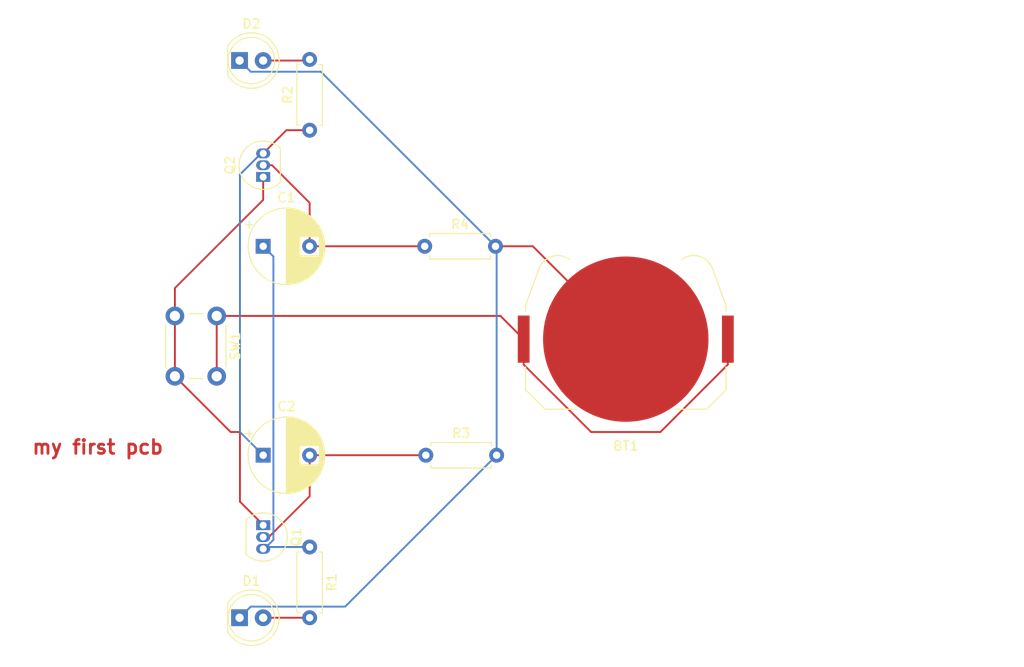
<source format=kicad_pcb>
(kicad_pcb (version 20240108) (generator "pcbnew") (generator_version "8.0")
  (layers (0 "F.Cu" signal) (31 "B.Cu" signal) (34 "B.Paste" user) (35 "F.Paste" user) (36 "B.SilkS" user "B.Silkscreen") (37 "F.SilkS" user "F.Silkscreen") (38 "B.Mask" user) (39 "F.Mask" user) (44 "Edge.Cuts" user))
  (net 0 "")
  (net 1 "Net-(BT1-+)")
  (net 2 "Net-(BT1--)")
  (net 3 "Net-(Q2-B)")
  (net 4 "Net-(Q1-C)")
  (net 5 "Net-(Q2-C)")
  (net 6 "Net-(Q1-B)")
  (net 7 "Net-(D1-A)")
  (net 8 "Net-(D2-A)")
  (net 9 "Net-(Q1-E)")
  (footprint "LED_THT:LED_D5.0mm" (layer "F.Cu") (at 52.46 122.5)
    (property "Reference" "D2" (at 1.27 -3.96 0) (layer "F.SilkS"))
    (property "Value" "LED")
    (fp_line (start -1.29 -1.545) (end -1.29 1.545) (stroke (width 0.12)) (layer "F.SilkS"))
    (fp_arc (start -1.29 -1.54483) (mid 2.071756 -2.880501) (end 4.26 -0.000048) (stroke (width 0.12)) (layer "F.SilkS"))
    (fp_arc (start 4.26 0.000048) (mid 2.071756 2.880501) (end -1.29 1.54483) (stroke (width 0.12)) (layer "F.SilkS"))
    (fp_circle (center 1.27 0) (end 3.77 0) (stroke (width 0.12)) (fill none) (layer "F.SilkS"))
    (pad "1" thru_hole rect (at 0 0) (size 1.8 1.8) (drill 0.9) (layers "*.Cu" "*.Mask") (net 2 "Net-(BT1--)"))
    (pad "2" thru_hole circle (at 2.54 0) (size 1.8 1.8) (drill 0.9) (layers "*.Cu" "*.Mask") (net 8 "Net-(D2-A)"))
  )
  (footprint "Resistor_THT:R_Axial_DIN0207_L6.3mm_D2.5mm_P7.62mm_Horizontal" (layer "F.Cu") (at 60 130 90)
    (property "Reference" "R2" (at 3.81 -2.37 90) (layer "F.SilkS"))
    (property "Value" "R")
    (fp_line (start 7.08 -1.37) (end 7.08 -1.04) (stroke (width 0.12)) (layer "F.SilkS"))
    (fp_line (start 0.54 -1.37) (end 7.08 -1.37) (stroke (width 0.12)) (layer "F.SilkS"))
    (fp_line (start 0.54 -1.04) (end 0.54 -1.37) (stroke (width 0.12)) (layer "F.SilkS"))
    (fp_line (start 0.54 1.04) (end 0.54 1.37) (stroke (width 0.12)) (layer "F.SilkS"))
    (fp_line (start 7.08 1.37) (end 7.08 1.04) (stroke (width 0.12)) (layer "F.SilkS"))
    (fp_line (start 0.54 1.37) (end 7.08 1.37) (stroke (width 0.12)) (layer "F.SilkS"))
    (pad "1" thru_hole circle (at 0 0 90) (size 1.6 1.6) (drill 0.8) (layers "*.Cu" "*.Mask") (net 5 "Net-(Q2-C)"))
    (pad "2" thru_hole oval (at 7.62 0 90) (size 1.6 1.6) (drill 0.8) (layers "*.Cu" "*.Mask") (net 8 "Net-(D2-A)"))
  )
  (footprint "Package_TO_SOT_THT:TO-92_Inline" (layer "F.Cu") (at 55 135.04 90)
    (property "Reference" "Q2" (at 1.27 -3.56 90) (layer "F.SilkS"))
    (property "Value" "2N3906")
    (fp_line (start -0.53 1.85) (end 3.07 1.85) (stroke (width 0.12)) (layer "F.SilkS"))
    (fp_arc (start 1.27 -2.6) (mid 3.672087 -0.994977) (end 3.108478 1.838478) (stroke (width 0.12)) (layer "F.SilkS"))
    (fp_arc (start -0.568478 1.838478) (mid -1.132087 -0.994977) (end 1.27 -2.6) (stroke (width 0.12)) (layer "F.SilkS"))
    (pad "1" thru_hole rect (at 0 0 90) (size 1.05 1.5) (drill 0.75) (layers "*.Cu" "*.Mask") (net 9 "Net-(Q1-E)"))
    (pad "2" thru_hole oval (at 1.27 0 90) (size 1.05 1.5) (drill 0.75) (layers "*.Cu" "*.Mask") (net 3 "Net-(Q2-B)"))
    (pad "3" thru_hole oval (at 2.54 0 90) (size 1.05 1.5) (drill 0.75) (layers "*.Cu" "*.Mask") (net 5 "Net-(Q2-C)"))
  )
  (footprint "Button_Switch_THT:SW_PUSH_6mm" (layer "F.Cu") (at 50 150 -90)
    (property "Reference" "SW1" (at 3.25 -2 90) (layer "F.SilkS"))
    (property "Value" "SW_Push")
    (fp_line (start 1 5.5) (end 5.5 5.5) (stroke (width 0.12)) (layer "F.SilkS"))
    (fp_line (start 6.75 3) (end 6.75 1.5) (stroke (width 0.12)) (layer "F.SilkS"))
    (fp_line (start -0.25 1.5) (end -0.25 3) (stroke (width 0.12)) (layer "F.SilkS"))
    (fp_line (start 5.5 -1) (end 1 -1) (stroke (width 0.12)) (layer "F.SilkS"))
    (pad "1" thru_hole circle (at 0 0) (size 2 2) (drill 1.1) (layers "*.Cu" "*.Mask") (net 1 "Net-(BT1-+)"))
    (pad "1" thru_hole circle (at 6.5 0) (size 2 2) (drill 1.1) (layers "*.Cu" "*.Mask") (net 1 "Net-(BT1-+)"))
    (pad "2" thru_hole circle (at 0 4.5) (size 2 2) (drill 1.1) (layers "*.Cu" "*.Mask") (net 9 "Net-(Q1-E)"))
    (pad "2" thru_hole circle (at 6.5 4.5) (size 2 2) (drill 1.1) (layers "*.Cu" "*.Mask") (net 9 "Net-(Q1-E)"))
  )
  (footprint "Capacitor_THT:CP_Radial_D8.0mm_P5.00mm" (layer "F.Cu") (at 55 142.5)
    (property "Reference" "C1" (at 2.5 -5.25 360) (layer "F.SilkS"))
    (property "Value" "C")
    (fp_line (start -1.909698 -2.315) (end -1.109698 -2.315) (stroke (width 0.12)) (layer "F.SilkS"))
    (fp_line (start -1.509698 -2.715) (end -1.509698 -1.915) (stroke (width 0.12)) (layer "F.SilkS"))
    (fp_line (start 2.5 -4.08) (end 2.5 4.08) (stroke (width 0.12)) (layer "F.SilkS"))
    (fp_line (start 2.54 -4.08) (end 2.54 4.08) (stroke (width 0.12)) (layer "F.SilkS"))
    (fp_line (start 2.58 -4.08) (end 2.58 4.08) (stroke (width 0.12)) (layer "F.SilkS"))
    (fp_line (start 2.62 -4.079) (end 2.62 4.079) (stroke (width 0.12)) (layer "F.SilkS"))
    (fp_line (start 2.66 -4.077) (end 2.66 4.077) (stroke (width 0.12)) (layer "F.SilkS"))
    (fp_line (start 2.7 -4.076) (end 2.7 4.076) (stroke (width 0.12)) (layer "F.SilkS"))
    (fp_line (start 2.74 -4.074) (end 2.74 4.074) (stroke (width 0.12)) (layer "F.SilkS"))
    (fp_line (start 2.78 -4.071) (end 2.78 4.071) (stroke (width 0.12)) (layer "F.SilkS"))
    (fp_line (start 2.82 -4.068) (end 2.82 4.068) (stroke (width 0.12)) (layer "F.SilkS"))
    (fp_line (start 2.86 -4.065) (end 2.86 4.065) (stroke (width 0.12)) (layer "F.SilkS"))
    (fp_line (start 2.9 -4.061) (end 2.9 4.061) (stroke (width 0.12)) (layer "F.SilkS"))
    (fp_line (start 2.94 -4.057) (end 2.94 4.057) (stroke (width 0.12)) (layer "F.SilkS"))
    (fp_line (start 2.98 -4.052) (end 2.98 4.052) (stroke (width 0.12)) (layer "F.SilkS"))
    (fp_line (start 3.02 -4.048) (end 3.02 4.048) (stroke (width 0.12)) (layer "F.SilkS"))
    (fp_line (start 3.06 -4.042) (end 3.06 4.042) (stroke (width 0.12)) (layer "F.SilkS"))
    (fp_line (start 3.1 -4.037) (end 3.1 4.037) (stroke (width 0.12)) (layer "F.SilkS"))
    (fp_line (start 3.14 -4.03) (end 3.14 4.03) (stroke (width 0.12)) (layer "F.SilkS"))
    (fp_line (start 3.18 -4.024) (end 3.18 4.024) (stroke (width 0.12)) (layer "F.SilkS"))
    (fp_line (start 3.221 -4.017) (end 3.221 4.017) (stroke (width 0.12)) (layer "F.SilkS"))
    (fp_line (start 3.261 -4.01) (end 3.261 4.01) (stroke (width 0.12)) (layer "F.SilkS"))
    (fp_line (start 3.301 -4.002) (end 3.301 4.002) (stroke (width 0.12)) (layer "F.SilkS"))
    (fp_line (start 3.341 -3.994) (end 3.341 3.994) (stroke (width 0.12)) (layer "F.SilkS"))
    (fp_line (start 3.381 -3.985) (end 3.381 3.985) (stroke (width 0.12)) (layer "F.SilkS"))
    (fp_line (start 3.421 -3.976) (end 3.421 3.976) (stroke (width 0.12)) (layer "F.SilkS"))
    (fp_line (start 3.461 -3.967) (end 3.461 3.967) (stroke (width 0.12)) (layer "F.SilkS"))
    (fp_line (start 3.501 -3.957) (end 3.501 3.957) (stroke (width 0.12)) (layer "F.SilkS"))
    (fp_line (start 3.541 -3.947) (end 3.541 3.947) (stroke (width 0.12)) (layer "F.SilkS"))
    (fp_line (start 3.581 -3.936) (end 3.581 3.936) (stroke (width 0.12)) (layer "F.SilkS"))
    (fp_line (start 3.621 -3.925) (end 3.621 3.925) (stroke (width 0.12)) (layer "F.SilkS"))
    (fp_line (start 3.661 -3.914) (end 3.661 3.914) (stroke (width 0.12)) (layer "F.SilkS"))
    (fp_line (start 3.701 -3.902) (end 3.701 3.902) (stroke (width 0.12)) (layer "F.SilkS"))
    (fp_line (start 3.741 -3.889) (end 3.741 3.889) (stroke (width 0.12)) (layer "F.SilkS"))
    (fp_line (start 3.781 -3.877) (end 3.781 3.877) (stroke (width 0.12)) (layer "F.SilkS"))
    (fp_line (start 3.821 -3.863) (end 3.821 3.863) (stroke (width 0.12)) (layer "F.SilkS"))
    (fp_line (start 3.861 -3.85) (end 3.861 3.85) (stroke (width 0.12)) (layer "F.SilkS"))
    (fp_line (start 3.901 -3.835) (end 3.901 3.835) (stroke (width 0.12)) (layer "F.SilkS"))
    (fp_line (start 3.941 -3.821) (end 3.941 3.821) (stroke (width 0.12)) (layer "F.SilkS"))
    (fp_line (start 3.981 -3.805) (end 3.981 -1.04) (stroke (width 0.12)) (layer "F.SilkS"))
    (fp_line (start 3.981 1.04) (end 3.981 3.805) (stroke (width 0.12)) (layer "F.SilkS"))
    (fp_line (start 4.021 -3.79) (end 4.021 -1.04) (stroke (width 0.12)) (layer "F.SilkS"))
    (fp_line (start 4.021 1.04) (end 4.021 3.79) (stroke (width 0.12)) (layer "F.SilkS"))
    (fp_line (start 4.061 -3.774) (end 4.061 -1.04) (stroke (width 0.12)) (layer "F.SilkS"))
    (fp_line (start 4.061 1.04) (end 4.061 3.774) (stroke (width 0.12)) (layer "F.SilkS"))
    (fp_line (start 4.101 -3.757) (end 4.101 -1.04) (stroke (width 0.12)) (layer "F.SilkS"))
    (fp_line (start 4.101 1.04) (end 4.101 3.757) (stroke (width 0.12)) (layer "F.SilkS"))
    (fp_line (start 4.141 -3.74) (end 4.141 -1.04) (stroke (width 0.12)) (layer "F.SilkS"))
    (fp_line (start 4.141 1.04) (end 4.141 3.74) (stroke (width 0.12)) (layer "F.SilkS"))
    (fp_line (start 4.181 -3.722) (end 4.181 -1.04) (stroke (width 0.12)) (layer "F.SilkS"))
    (fp_line (start 4.181 1.04) (end 4.181 3.722) (stroke (width 0.12)) (layer "F.SilkS"))
    (fp_line (start 4.221 -3.704) (end 4.221 -1.04) (stroke (width 0.12)) (layer "F.SilkS"))
    (fp_line (start 4.221 1.04) (end 4.221 3.704) (stroke (width 0.12)) (layer "F.SilkS"))
    (fp_line (start 4.261 -3.686) (end 4.261 -1.04) (stroke (width 0.12)) (layer "F.SilkS"))
    (fp_line (start 4.261 1.04) (end 4.261 3.686) (stroke (width 0.12)) (layer "F.SilkS"))
    (fp_line (start 4.301 -3.666) (end 4.301 -1.04) (stroke (width 0.12)) (layer "F.SilkS"))
    (fp_line (start 4.301 1.04) (end 4.301 3.666) (stroke (width 0.12)) (layer "F.SilkS"))
    (fp_line (start 4.341 -3.647) (end 4.341 -1.04) (stroke (width 0.12)) (layer "F.SilkS"))
    (fp_line (start 4.341 1.04) (end 4.341 3.647) (stroke (width 0.12)) (layer "F.SilkS"))
    (fp_line (start 4.381 -3.627) (end 4.381 -1.04) (stroke (width 0.12)) (layer "F.SilkS"))
    (fp_line (start 4.381 1.04) (end 4.381 3.627) (stroke (width 0.12)) (layer "F.SilkS"))
    (fp_line (start 4.421 -3.606) (end 4.421 -1.04) (stroke (width 0.12)) (layer "F.SilkS"))
    (fp_line (start 4.421 1.04) (end 4.421 3.606) (stroke (width 0.12)) (layer "F.SilkS"))
    (fp_line (start 4.461 -3.584) (end 4.461 -1.04) (stroke (width 0.12)) (layer "F.SilkS"))
    (fp_line (start 4.461 1.04) (end 4.461 3.584) (stroke (width 0.12)) (layer "F.SilkS"))
    (fp_line (start 4.501 -3.562) (end 4.501 -1.04) (stroke (width 0.12)) (layer "F.SilkS"))
    (fp_line (start 4.501 1.04) (end 4.501 3.562) (stroke (width 0.12)) (layer "F.SilkS"))
    (fp_line (start 4.541 -3.54) (end 4.541 -1.04) (stroke (width 0.12)) (layer "F.SilkS"))
    (fp_line (start 4.541 1.04) (end 4.541 3.54) (stroke (width 0.12)) (layer "F.SilkS"))
    (fp_line (start 4.581 -3.517) (end 4.581 -1.04) (stroke (width 0.12)) (layer "F.SilkS"))
    (fp_line (start 4.581 1.04) (end 4.581 3.517) (stroke (width 0.12)) (layer "F.SilkS"))
    (fp_line (start 4.621 -3.493) (end 4.621 -1.04) (stroke (width 0.12)) (layer "F.SilkS"))
    (fp_line (start 4.621 1.04) (end 4.621 3.493) (stroke (width 0.12)) (layer "F.SilkS"))
    (fp_line (start 4.661 -3.469) (end 4.661 -1.04) (stroke (width 0.12)) (layer "F.SilkS"))
    (fp_line (start 4.661 1.04) (end 4.661 3.469) (stroke (width 0.12)) (layer "F.SilkS"))
    (fp_line (start 4.701 -3.444) (end 4.701 -1.04) (stroke (width 0.12)) (layer "F.SilkS"))
    (fp_line (start 4.701 1.04) (end 4.701 3.444) (stroke (width 0.12)) (layer "F.SilkS"))
    (fp_line (start 4.741 -3.418) (end 4.741 -1.04) (stroke (width 0.12)) (layer "F.SilkS"))
    (fp_line (start 4.741 1.04) (end 4.741 3.418) (stroke (width 0.12)) (layer "F.SilkS"))
    (fp_line (start 4.781 -3.392) (end 4.781 -1.04) (stroke (width 0.12)) (layer "F.SilkS"))
    (fp_line (start 4.781 1.04) (end 4.781 3.392) (stroke (width 0.12)) (layer "F.SilkS"))
    (fp_line (start 4.821 -3.365) (end 4.821 -1.04) (stroke (width 0.12)) (layer "F.SilkS"))
    (fp_line (start 4.821 1.04) (end 4.821 3.365) (stroke (width 0.12)) (layer "F.SilkS"))
    (fp_line (start 4.861 -3.338) (end 4.861 -1.04) (stroke (width 0.12)) (layer "F.SilkS"))
    (fp_line (start 4.861 1.04) (end 4.861 3.338) (stroke (width 0.12)) (layer "F.SilkS"))
    (fp_line (start 4.901 -3.309) (end 4.901 -1.04) (stroke (width 0.12)) (layer "F.SilkS"))
    (fp_line (start 4.901 1.04) (end 4.901 3.309) (stroke (width 0.12)) (layer "F.SilkS"))
    (fp_line (start 4.941 -3.28) (end 4.941 -1.04) (stroke (width 0.12)) (layer "F.SilkS"))
    (fp_line (start 4.941 1.04) (end 4.941 3.28) (stroke (width 0.12)) (layer "F.SilkS"))
    (fp_line (start 4.981 -3.25) (end 4.981 -1.04) (stroke (width 0.12)) (layer "F.SilkS"))
    (fp_line (start 4.981 1.04) (end 4.981 3.25) (stroke (width 0.12)) (layer "F.SilkS"))
    (fp_line (start 5.021 -3.22) (end 5.021 -1.04) (stroke (width 0.12)) (layer "F.SilkS"))
    (fp_line (start 5.021 1.04) (end 5.021 3.22) (stroke (width 0.12)) (layer "F.SilkS"))
    (fp_line (start 5.061 -3.189) (end 5.061 -1.04) (stroke (width 0.12)) (layer "F.SilkS"))
    (fp_line (start 5.061 1.04) (end 5.061 3.189) (stroke (width 0.12)) (layer "F.SilkS"))
    (fp_line (start 5.101 -3.156) (end 5.101 -1.04) (stroke (width 0.12)) (layer "F.SilkS"))
    (fp_line (start 5.101 1.04) (end 5.101 3.156) (stroke (width 0.12)) (layer "F.SilkS"))
    (fp_line (start 5.141 -3.124) (end 5.141 -1.04) (stroke (width 0.12)) (layer "F.SilkS"))
    (fp_line (start 5.141 1.04) (end 5.141 3.124) (stroke (width 0.12)) (layer "F.SilkS"))
    (fp_line (start 5.181 -3.09) (end 5.181 -1.04) (stroke (width 0.12)) (layer "F.SilkS"))
    (fp_line (start 5.181 1.04) (end 5.181 3.09) (stroke (width 0.12)) (layer "F.SilkS"))
    (fp_line (start 5.221 -3.055) (end 5.221 -1.04) (stroke (width 0.12)) (layer "F.SilkS"))
    (fp_line (start 5.221 1.04) (end 5.221 3.055) (stroke (width 0.12)) (layer "F.SilkS"))
    (fp_line (start 5.261 -3.019) (end 5.261 -1.04) (stroke (width 0.12)) (layer "F.SilkS"))
    (fp_line (start 5.261 1.04) (end 5.261 3.019) (stroke (width 0.12)) (layer "F.SilkS"))
    (fp_line (start 5.301 -2.983) (end 5.301 -1.04) (stroke (width 0.12)) (layer "F.SilkS"))
    (fp_line (start 5.301 1.04) (end 5.301 2.983) (stroke (width 0.12)) (layer "F.SilkS"))
    (fp_line (start 5.341 -2.945) (end 5.341 -1.04) (stroke (width 0.12)) (layer "F.SilkS"))
    (fp_line (start 5.341 1.04) (end 5.341 2.945) (stroke (width 0.12)) (layer "F.SilkS"))
    (fp_line (start 5.381 -2.907) (end 5.381 -1.04) (stroke (width 0.12)) (layer "F.SilkS"))
    (fp_line (start 5.381 1.04) (end 5.381 2.907) (stroke (width 0.12)) (layer "F.SilkS"))
    (fp_line (start 5.421 -2.867) (end 5.421 -1.04) (stroke (width 0.12)) (layer "F.SilkS"))
    (fp_line (start 5.421 1.04) (end 5.421 2.867) (stroke (width 0.12)) (layer "F.SilkS"))
    (fp_line (start 5.461 -2.826) (end 5.461 -1.04) (stroke (width 0.12)) (layer "F.SilkS"))
    (fp_line (start 5.461 1.04) (end 5.461 2.826) (stroke (width 0.12)) (layer "F.SilkS"))
    (fp_line (start 5.501 -2.784) (end 5.501 -1.04) (stroke (width 0.12)) (layer "F.SilkS"))
    (fp_line (start 5.501 1.04) (end 5.501 2.784) (stroke (width 0.12)) (layer "F.SilkS"))
    (fp_line (start 5.541 -2.741) (end 5.541 -1.04) (stroke (width 0.12)) (layer "F.SilkS"))
    (fp_line (start 5.541 1.04) (end 5.541 2.741) (stroke (width 0.12)) (layer "F.SilkS"))
    (fp_line (start 5.581 -2.697) (end 5.581 -1.04) (stroke (width 0.12)) (layer "F.SilkS"))
    (fp_line (start 5.581 1.04) (end 5.581 2.697) (stroke (width 0.12)) (layer "F.SilkS"))
    (fp_line (start 5.621 -2.651) (end 5.621 -1.04) (stroke (width 0.12)) (layer "F.SilkS"))
    (fp_line (start 5.621 1.04) (end 5.621 2.651) (stroke (width 0.12)) (layer "F.SilkS"))
    (fp_line (start 5.661 -2.604) (end 5.661 -1.04) (stroke (width 0.12)) (layer "F.SilkS"))
    (fp_line (start 5.661 1.04) (end 5.661 2.604) (stroke (width 0.12)) (layer "F.SilkS"))
    (fp_line (start 5.701 -2.556) (end 5.701 -1.04) (stroke (width 0.12)) (layer "F.SilkS"))
    (fp_line (start 5.701 1.04) (end 5.701 2.556) (stroke (width 0.12)) (layer "F.SilkS"))
    (fp_line (start 5.741 -2.505) (end 5.741 -1.04) (stroke (width 0.12)) (layer "F.SilkS"))
    (fp_line (start 5.741 1.04) (end 5.741 2.505) (stroke (width 0.12)) (layer "F.SilkS"))
    (fp_line (start 5.781 -2.454) (end 5.781 -1.04) (stroke (width 0.12)) (layer "F.SilkS"))
    (fp_line (start 5.781 1.04) (end 5.781 2.454) (stroke (width 0.12)) (layer "F.SilkS"))
    (fp_line (start 5.821 -2.4) (end 5.821 -1.04) (stroke (width 0.12)) (layer "F.SilkS"))
    (fp_line (start 5.821 1.04) (end 5.821 2.4) (stroke (width 0.12)) (layer "F.SilkS"))
    (fp_line (start 5.861 -2.345) (end 5.861 -1.04) (stroke (width 0.12)) (layer "F.SilkS"))
    (fp_line (start 5.861 1.04) (end 5.861 2.345) (stroke (width 0.12)) (layer "F.SilkS"))
    (fp_line (start 5.901 -2.287) (end 5.901 -1.04) (stroke (width 0.12)) (layer "F.SilkS"))
    (fp_line (start 5.901 1.04) (end 5.901 2.287) (stroke (width 0.12)) (layer "F.SilkS"))
    (fp_line (start 5.941 -2.228) (end 5.941 -1.04) (stroke (width 0.12)) (layer "F.SilkS"))
    (fp_line (start 5.941 1.04) (end 5.941 2.228) (stroke (width 0.12)) (layer "F.SilkS"))
    (fp_line (start 5.981 -2.166) (end 5.981 -1.04) (stroke (width 0.12)) (layer "F.SilkS"))
    (fp_line (start 5.981 1.04) (end 5.981 2.166) (stroke (width 0.12)) (layer "F.SilkS"))
    (fp_line (start 6.021 -2.102) (end 6.021 -1.04) (stroke (width 0.12)) (layer "F.SilkS"))
    (fp_line (start 6.021 1.04) (end 6.021 2.102) (stroke (width 0.12)) (layer "F.SilkS"))
    (fp_line (start 6.061 -2.034) (end 6.061 2.034) (stroke (width 0.12)) (layer "F.SilkS"))
    (fp_line (start 6.101 -1.964) (end 6.101 1.964) (stroke (width 0.12)) (layer "F.SilkS"))
    (fp_line (start 6.141 -1.89) (end 6.141 1.89) (stroke (width 0.12)) (layer "F.SilkS"))
    (fp_line (start 6.181 -1.813) (end 6.181 1.813) (stroke (width 0.12)) (layer "F.SilkS"))
    (fp_line (start 6.221 -1.731) (end 6.221 1.731) (stroke (width 0.12)) (layer "F.SilkS"))
    (fp_line (start 6.261 -1.645) (end 6.261 1.645) (stroke (width 0.12)) (layer "F.SilkS"))
    (fp_line (start 6.301 -1.552) (end 6.301 1.552) (stroke (width 0.12)) (layer "F.SilkS"))
    (fp_line (start 6.341 -1.453) (end 6.341 1.453) (stroke (width 0.12)) (layer "F.SilkS"))
    (fp_line (start 6.381 -1.346) (end 6.381 1.346) (stroke (width 0.12)) (layer "F.SilkS"))
    (fp_line (start 6.421 -1.229) (end 6.421 1.229) (stroke (width 0.12)) (layer "F.SilkS"))
    (fp_line (start 6.461 -1.098) (end 6.461 1.098) (stroke (width 0.12)) (layer "F.SilkS"))
    (fp_line (start 6.501 -0.948) (end 6.501 0.948) (stroke (width 0.12)) (layer "F.SilkS"))
    (fp_line (start 6.541 -0.768) (end 6.541 0.768) (stroke (width 0.12)) (layer "F.SilkS"))
    (fp_line (start 6.581 -0.533) (end 6.581 0.533) (stroke (width 0.12)) (layer "F.SilkS"))
    (fp_circle (center 2.5 0) (end 6.62 0) (stroke (width 0.12)) (fill none) (layer "F.SilkS"))
    (pad "1" thru_hole rect (at 0 0) (size 1.6 1.6) (drill 0.8) (layers "*.Cu" "*.Mask") (net 4 "Net-(Q1-C)"))
    (pad "2" thru_hole circle (at 5 0) (size 1.6 1.6) (drill 0.8) (layers "*.Cu" "*.Mask") (net 3 "Net-(Q2-B)"))
  )
  (footprint "Battery:BatteryHolder_Keystone_3034_1x20mm" (layer "F.Cu") (at 94.015 152.5 180)
    (property "Reference" "BT1" (at 0 -11.5 360) (layer "F.SilkS"))
    (property "Value" "Battery")
    (fp_line (start 10.78 3.63) (end 9.34 7.58) (stroke (width 0.12)) (layer "F.SilkS"))
    (fp_line (start 10.78 3) (end 10.78 3.63) (stroke (width 0.12)) (layer "F.SilkS"))
    (fp_line (start 10.78 -5.46) (end 10.78 -3) (stroke (width 0.12)) (layer "F.SilkS"))
    (fp_line (start 8.7 -7.54) (end 10.78 -5.46) (stroke (width 0.12)) (layer "F.SilkS"))
    (fp_line (start 8.7 -7.54) (end 5.2 -7.54) (stroke (width 0.12)) (layer "F.SilkS"))
    (fp_line (start -5.2 -7.54) (end -8.7 -7.54) (stroke (width 0.12)) (layer "F.SilkS"))
    (fp_line (start -8.7 -7.54) (end -10.78 -5.46) (stroke (width 0.12)) (layer "F.SilkS"))
    (fp_line (start -10.78 3.63) (end -9.34 7.58) (stroke (width 0.12)) (layer "F.SilkS"))
    (fp_line (start -10.78 3) (end -10.78 3.63) (stroke (width 0.12)) (layer "F.SilkS"))
    (fp_line (start -10.78 -5.46) (end -10.78 -3) (stroke (width 0.12)) (layer "F.SilkS"))
    (fp_arc (start 9.325243 7.588169) (mid 7.90634 8.911668) (end 6 8.55) (stroke (width 0.12)) (layer "F.SilkS"))
    (fp_arc (start -6.003354 8.56653) (mid -7.921654 8.918738) (end -9.34 7.58) (stroke (width 0.12)) (layer "F.SilkS"))
    (pad "1" smd rect (at -10.985 0 180) (size 1.27 5.08) (layers "F.Cu" "F.Paste" "F.Mask") (net 1 "Net-(BT1-+)"))
    (pad "1" smd rect (at 10.985 0 180) (size 1.27 5.08) (layers "F.Cu" "F.Paste" "F.Mask") (net 1 "Net-(BT1-+)"))
    (pad "2" smd circle (at 0 0 180) (size 17.8 17.8) (layers "F.Cu" "F.Mask") (net 2 "Net-(BT1--)"))
  )
  (footprint "LED_THT:LED_D5.0mm" (layer "F.Cu") (at 52.46 182.5)
    (property "Reference" "D1" (at 1.27 -3.96 0) (layer "F.SilkS"))
    (property "Value" "LED")
    (fp_line (start -1.29 -1.545) (end -1.29 1.545) (stroke (width 0.12)) (layer "F.SilkS"))
    (fp_arc (start -1.29 -1.54483) (mid 2.071756 -2.880501) (end 4.26 -0.000048) (stroke (width 0.12)) (layer "F.SilkS"))
    (fp_arc (start 4.26 0.000048) (mid 2.071756 2.880501) (end -1.29 1.54483) (stroke (width 0.12)) (layer "F.SilkS"))
    (fp_circle (center 1.27 0) (end 3.77 0) (stroke (width 0.12)) (fill none) (layer "F.SilkS"))
    (pad "1" thru_hole rect (at 0 0) (size 1.8 1.8) (drill 0.9) (layers "*.Cu" "*.Mask") (net 2 "Net-(BT1--)"))
    (pad "2" thru_hole circle (at 2.54 0) (size 1.8 1.8) (drill 0.9) (layers "*.Cu" "*.Mask") (net 7 "Net-(D1-A)"))
  )
  (footprint "Capacitor_THT:CP_Radial_D8.0mm_P5.00mm" (layer "F.Cu") (at 55 165)
    (property "Reference" "C2" (at 2.5 -5.25 360) (layer "F.SilkS"))
    (property "Value" "C")
    (fp_line (start -1.909698 -2.315) (end -1.109698 -2.315) (stroke (width 0.12)) (layer "F.SilkS"))
    (fp_line (start -1.509698 -2.715) (end -1.509698 -1.915) (stroke (width 0.12)) (layer "F.SilkS"))
    (fp_line (start 2.5 -4.08) (end 2.5 4.08) (stroke (width 0.12)) (layer "F.SilkS"))
    (fp_line (start 2.54 -4.08) (end 2.54 4.08) (stroke (width 0.12)) (layer "F.SilkS"))
    (fp_line (start 2.58 -4.08) (end 2.58 4.08) (stroke (width 0.12)) (layer "F.SilkS"))
    (fp_line (start 2.62 -4.079) (end 2.62 4.079) (stroke (width 0.12)) (layer "F.SilkS"))
    (fp_line (start 2.66 -4.077) (end 2.66 4.077) (stroke (width 0.12)) (layer "F.SilkS"))
    (fp_line (start 2.7 -4.076) (end 2.7 4.076) (stroke (width 0.12)) (layer "F.SilkS"))
    (fp_line (start 2.74 -4.074) (end 2.74 4.074) (stroke (width 0.12)) (layer "F.SilkS"))
    (fp_line (start 2.78 -4.071) (end 2.78 4.071) (stroke (width 0.12)) (layer "F.SilkS"))
    (fp_line (start 2.82 -4.068) (end 2.82 4.068) (stroke (width 0.12)) (layer "F.SilkS"))
    (fp_line (start 2.86 -4.065) (end 2.86 4.065) (stroke (width 0.12)) (layer "F.SilkS"))
    (fp_line (start 2.9 -4.061) (end 2.9 4.061) (stroke (width 0.12)) (layer "F.SilkS"))
    (fp_line (start 2.94 -4.057) (end 2.94 4.057) (stroke (width 0.12)) (layer "F.SilkS"))
    (fp_line (start 2.98 -4.052) (end 2.98 4.052) (stroke (width 0.12)) (layer "F.SilkS"))
    (fp_line (start 3.02 -4.048) (end 3.02 4.048) (stroke (width 0.12)) (layer "F.SilkS"))
    (fp_line (start 3.06 -4.042) (end 3.06 4.042) (stroke (width 0.12)) (layer "F.SilkS"))
    (fp_line (start 3.1 -4.037) (end 3.1 4.037) (stroke (width 0.12)) (layer "F.SilkS"))
    (fp_line (start 3.14 -4.03) (end 3.14 4.03) (stroke (width 0.12)) (layer "F.SilkS"))
    (fp_line (start 3.18 -4.024) (end 3.18 4.024) (stroke (width 0.12)) (layer "F.SilkS"))
    (fp_line (start 3.221 -4.017) (end 3.221 4.017) (stroke (width 0.12)) (layer "F.SilkS"))
    (fp_line (start 3.261 -4.01) (end 3.261 4.01) (stroke (width 0.12)) (layer "F.SilkS"))
    (fp_line (start 3.301 -4.002) (end 3.301 4.002) (stroke (width 0.12)) (layer "F.SilkS"))
    (fp_line (start 3.341 -3.994) (end 3.341 3.994) (stroke (width 0.12)) (layer "F.SilkS"))
    (fp_line (start 3.381 -3.985) (end 3.381 3.985) (stroke (width 0.12)) (layer "F.SilkS"))
    (fp_line (start 3.421 -3.976) (end 3.421 3.976) (stroke (width 0.12)) (layer "F.SilkS"))
    (fp_line (start 3.461 -3.967) (end 3.461 3.967) (stroke (width 0.12)) (layer "F.SilkS"))
    (fp_line (start 3.501 -3.957) (end 3.501 3.957) (stroke (width 0.12)) (layer "F.SilkS"))
    (fp_line (start 3.541 -3.947) (end 3.541 3.947) (stroke (width 0.12)) (layer "F.SilkS"))
    (fp_line (start 3.581 -3.936) (end 3.581 3.936) (stroke (width 0.12)) (layer "F.SilkS"))
    (fp_line (start 3.621 -3.925) (end 3.621 3.925) (stroke (width 0.12)) (layer "F.SilkS"))
    (fp_line (start 3.661 -3.914) (end 3.661 3.914) (stroke (width 0.12)) (layer "F.SilkS"))
    (fp_line (start 3.701 -3.902) (end 3.701 3.902) (stroke (width 0.12)) (layer "F.SilkS"))
    (fp_line (start 3.741 -3.889) (end 3.741 3.889) (stroke (width 0.12)) (layer "F.SilkS"))
    (fp_line (start 3.781 -3.877) (end 3.781 3.877) (stroke (width 0.12)) (layer "F.SilkS"))
    (fp_line (start 3.821 -3.863) (end 3.821 3.863) (stroke (width 0.12)) (layer "F.SilkS"))
    (fp_line (start 3.861 -3.85) (end 3.861 3.85) (stroke (width 0.12)) (layer "F.SilkS"))
    (fp_line (start 3.901 -3.835) (end 3.901 3.835) (stroke (width 0.12)) (layer "F.SilkS"))
    (fp_line (start 3.941 -3.821) (end 3.941 3.821) (stroke (width 0.12)) (layer "F.SilkS"))
    (fp_line (start 3.981 -3.805) (end 3.981 -1.04) (stroke (width 0.12)) (layer "F.SilkS"))
    (fp_line (start 3.981 1.04) (end 3.981 3.805) (stroke (width 0.12)) (layer "F.SilkS"))
    (fp_line (start 4.021 -3.79) (end 4.021 -1.04) (stroke (width 0.12)) (layer "F.SilkS"))
    (fp_line (start 4.021 1.04) (end 4.021 3.79) (stroke (width 0.12)) (layer "F.SilkS"))
    (fp_line (start 4.061 -3.774) (end 4.061 -1.04) (stroke (width 0.12)) (layer "F.SilkS"))
    (fp_line (start 4.061 1.04) (end 4.061 3.774) (stroke (width 0.12)) (layer "F.SilkS"))
    (fp_line (start 4.101 -3.757) (end 4.101 -1.04) (stroke (width 0.12)) (layer "F.SilkS"))
    (fp_line (start 4.101 1.04) (end 4.101 3.757) (stroke (width 0.12)) (layer "F.SilkS"))
    (fp_line (start 4.141 -3.74) (end 4.141 -1.04) (stroke (width 0.12)) (layer "F.SilkS"))
    (fp_line (start 4.141 1.04) (end 4.141 3.74) (stroke (width 0.12)) (layer "F.SilkS"))
    (fp_line (start 4.181 -3.722) (end 4.181 -1.04) (stroke (width 0.12)) (layer "F.SilkS"))
    (fp_line (start 4.181 1.04) (end 4.181 3.722) (stroke (width 0.12)) (layer "F.SilkS"))
    (fp_line (start 4.221 -3.704) (end 4.221 -1.04) (stroke (width 0.12)) (layer "F.SilkS"))
    (fp_line (start 4.221 1.04) (end 4.221 3.704) (stroke (width 0.12)) (layer "F.SilkS"))
    (fp_line (start 4.261 -3.686) (end 4.261 -1.04) (stroke (width 0.12)) (layer "F.SilkS"))
    (fp_line (start 4.261 1.04) (end 4.261 3.686) (stroke (width 0.12)) (layer "F.SilkS"))
    (fp_line (start 4.301 -3.666) (end 4.301 -1.04) (stroke (width 0.12)) (layer "F.SilkS"))
    (fp_line (start 4.301 1.04) (end 4.301 3.666) (stroke (width 0.12)) (layer "F.SilkS"))
    (fp_line (start 4.341 -3.647) (end 4.341 -1.04) (stroke (width 0.12)) (layer "F.SilkS"))
    (fp_line (start 4.341 1.04) (end 4.341 3.647) (stroke (width 0.12)) (layer "F.SilkS"))
    (fp_line (start 4.381 -3.627) (end 4.381 -1.04) (stroke (width 0.12)) (layer "F.SilkS"))
    (fp_line (start 4.381 1.04) (end 4.381 3.627) (stroke (width 0.12)) (layer "F.SilkS"))
    (fp_line (start 4.421 -3.606) (end 4.421 -1.04) (stroke (width 0.12)) (layer "F.SilkS"))
    (fp_line (start 4.421 1.04) (end 4.421 3.606) (stroke (width 0.12)) (layer "F.SilkS"))
    (fp_line (start 4.461 -3.584) (end 4.461 -1.04) (stroke (width 0.12)) (layer "F.SilkS"))
    (fp_line (start 4.461 1.04) (end 4.461 3.584) (stroke (width 0.12)) (layer "F.SilkS"))
    (fp_line (start 4.501 -3.562) (end 4.501 -1.04) (stroke (width 0.12)) (layer "F.SilkS"))
    (fp_line (start 4.501 1.04) (end 4.501 3.562) (stroke (width 0.12)) (layer "F.SilkS"))
    (fp_line (start 4.541 -3.54) (end 4.541 -1.04) (stroke (width 0.12)) (layer "F.SilkS"))
    (fp_line (start 4.541 1.04) (end 4.541 3.54) (stroke (width 0.12)) (layer "F.SilkS"))
    (fp_line (start 4.581 -3.517) (end 4.581 -1.04) (stroke (width 0.12)) (layer "F.SilkS"))
    (fp_line (start 4.581 1.04) (end 4.581 3.517) (stroke (width 0.12)) (layer "F.SilkS"))
    (fp_line (start 4.621 -3.493) (end 4.621 -1.04) (stroke (width 0.12)) (layer "F.SilkS"))
    (fp_line (start 4.621 1.04) (end 4.621 3.493) (stroke (width 0.12)) (layer "F.SilkS"))
    (fp_line (start 4.661 -3.469) (end 4.661 -1.04) (stroke (width 0.12)) (layer "F.SilkS"))
    (fp_line (start 4.661 1.04) (end 4.661 3.469) (stroke (width 0.12)) (layer "F.SilkS"))
    (fp_line (start 4.701 -3.444) (end 4.701 -1.04) (stroke (width 0.12)) (layer "F.SilkS"))
    (fp_line (start 4.701 1.04) (end 4.701 3.444) (stroke (width 0.12)) (layer "F.SilkS"))
    (fp_line (start 4.741 -3.418) (end 4.741 -1.04) (stroke (width 0.12)) (layer "F.SilkS"))
    (fp_line (start 4.741 1.04) (end 4.741 3.418) (stroke (width 0.12)) (layer "F.SilkS"))
    (fp_line (start 4.781 -3.392) (end 4.781 -1.04) (stroke (width 0.12)) (layer "F.SilkS"))
    (fp_line (start 4.781 1.04) (end 4.781 3.392) (stroke (width 0.12)) (layer "F.SilkS"))
    (fp_line (start 4.821 -3.365) (end 4.821 -1.04) (stroke (width 0.12)) (layer "F.SilkS"))
    (fp_line (start 4.821 1.04) (end 4.821 3.365) (stroke (width 0.12)) (layer "F.SilkS"))
    (fp_line (start 4.861 -3.338) (end 4.861 -1.04) (stroke (width 0.12)) (layer "F.SilkS"))
    (fp_line (start 4.861 1.04) (end 4.861 3.338) (stroke (width 0.12)) (layer "F.SilkS"))
    (fp_line (start 4.901 -3.309) (end 4.901 -1.04) (stroke (width 0.12)) (layer "F.SilkS"))
    (fp_line (start 4.901 1.04) (end 4.901 3.309) (stroke (width 0.12)) (layer "F.SilkS"))
    (fp_line (start 4.941 -3.28) (end 4.941 -1.04) (stroke (width 0.12)) (layer "F.SilkS"))
    (fp_line (start 4.941 1.04) (end 4.941 3.28) (stroke (width 0.12)) (layer "F.SilkS"))
    (fp_line (start 4.981 -3.25) (end 4.981 -1.04) (stroke (width 0.12)) (layer "F.SilkS"))
    (fp_line (start 4.981 1.04) (end 4.981 3.25) (stroke (width 0.12)) (layer "F.SilkS"))
    (fp_line (start 5.021 -3.22) (end 5.021 -1.04) (stroke (width 0.12)) (layer "F.SilkS"))
    (fp_line (start 5.021 1.04) (end 5.021 3.22) (stroke (width 0.12)) (layer "F.SilkS"))
    (fp_line (start 5.061 -3.189) (end 5.061 -1.04) (stroke (width 0.12)) (layer "F.SilkS"))
    (fp_line (start 5.061 1.04) (end 5.061 3.189) (stroke (width 0.12)) (layer "F.SilkS"))
    (fp_line (start 5.101 -3.156) (end 5.101 -1.04) (stroke (width 0.12)) (layer "F.SilkS"))
    (fp_line (start 5.101 1.04) (end 5.101 3.156) (stroke (width 0.12)) (layer "F.SilkS"))
    (fp_line (start 5.141 -3.124) (end 5.141 -1.04) (stroke (width 0.12)) (layer "F.SilkS"))
    (fp_line (start 5.141 1.04) (end 5.141 3.124) (stroke (width 0.12)) (layer "F.SilkS"))
    (fp_line (start 5.181 -3.09) (end 5.181 -1.04) (stroke (width 0.12)) (layer "F.SilkS"))
    (fp_line (start 5.181 1.04) (end 5.181 3.09) (stroke (width 0.12)) (layer "F.SilkS"))
    (fp_line (start 5.221 -3.055) (end 5.221 -1.04) (stroke (width 0.12)) (layer "F.SilkS"))
    (fp_line (start 5.221 1.04) (end 5.221 3.055) (stroke (width 0.12)) (layer "F.SilkS"))
    (fp_line (start 5.261 -3.019) (end 5.261 -1.04) (stroke (width 0.12)) (layer "F.SilkS"))
    (fp_line (start 5.261 1.04) (end 5.261 3.019) (stroke (width 0.12)) (layer "F.SilkS"))
    (fp_line (start 5.301 -2.983) (end 5.301 -1.04) (stroke (width 0.12)) (layer "F.SilkS"))
    (fp_line (start 5.301 1.04) (end 5.301 2.983) (stroke (width 0.12)) (layer "F.SilkS"))
    (fp_line (start 5.341 -2.945) (end 5.341 -1.04) (stroke (width 0.12)) (layer "F.SilkS"))
    (fp_line (start 5.341 1.04) (end 5.341 2.945) (stroke (width 0.12)) (layer "F.SilkS"))
    (fp_line (start 5.381 -2.907) (end 5.381 -1.04) (stroke (width 0.12)) (layer "F.SilkS"))
    (fp_line (start 5.381 1.04) (end 5.381 2.907) (stroke (width 0.12)) (layer "F.SilkS"))
    (fp_line (start 5.421 -2.867) (end 5.421 -1.04) (stroke (width 0.12)) (layer "F.SilkS"))
    (fp_line (start 5.421 1.04) (end 5.421 2.867) (stroke (width 0.12)) (layer "F.SilkS"))
    (fp_line (start 5.461 -2.826) (end 5.461 -1.04) (stroke (width 0.12)) (layer "F.SilkS"))
    (fp_line (start 5.461 1.04) (end 5.461 2.826) (stroke (width 0.12)) (layer "F.SilkS"))
    (fp_line (start 5.501 -2.784) (end 5.501 -1.04) (stroke (width 0.12)) (layer "F.SilkS"))
    (fp_line (start 5.501 1.04) (end 5.501 2.784) (stroke (width 0.12)) (layer "F.SilkS"))
    (fp_line (start 5.541 -2.741) (end 5.541 -1.04) (stroke (width 0.12)) (layer "F.SilkS"))
    (fp_line (start 5.541 1.04) (end 5.541 2.741) (stroke (width 0.12)) (layer "F.SilkS"))
    (fp_line (start 5.581 -2.697) (end 5.581 -1.04) (stroke (width 0.12)) (layer "F.SilkS"))
    (fp_line (start 5.581 1.04) (end 5.581 2.697) (stroke (width 0.12)) (layer "F.SilkS"))
    (fp_line (start 5.621 -2.651) (end 5.621 -1.04) (stroke (width 0.12)) (layer "F.SilkS"))
    (fp_line (start 5.621 1.04) (end 5.621 2.651) (stroke (width 0.12)) (layer "F.SilkS"))
    (fp_line (start 5.661 -2.604) (end 5.661 -1.04) (stroke (width 0.12)) (layer "F.SilkS"))
    (fp_line (start 5.661 1.04) (end 5.661 2.604) (stroke (width 0.12)) (layer "F.SilkS"))
    (fp_line (start 5.701 -2.556) (end 5.701 -1.04) (stroke (width 0.12)) (layer "F.SilkS"))
    (fp_line (start 5.701 1.04) (end 5.701 2.556) (stroke (width 0.12)) (layer "F.SilkS"))
    (fp_line (start 5.741 -2.505) (end 5.741 -1.04) (stroke (width 0.12)) (layer "F.SilkS"))
    (fp_line (start 5.741 1.04) (end 5.741 2.505) (stroke (width 0.12)) (layer "F.SilkS"))
    (fp_line (start 5.781 -2.454) (end 5.781 -1.04) (stroke (width 0.12)) (layer "F.SilkS"))
    (fp_line (start 5.781 1.04) (end 5.781 2.454) (stroke (width 0.12)) (layer "F.SilkS"))
    (fp_line (start 5.821 -2.4) (end 5.821 -1.04) (stroke (width 0.12)) (layer "F.SilkS"))
    (fp_line (start 5.821 1.04) (end 5.821 2.4) (stroke (width 0.12)) (layer "F.SilkS"))
    (fp_line (start 5.861 -2.345) (end 5.861 -1.04) (stroke (width 0.12)) (layer "F.SilkS"))
    (fp_line (start 5.861 1.04) (end 5.861 2.345) (stroke (width 0.12)) (layer "F.SilkS"))
    (fp_line (start 5.901 -2.287) (end 5.901 -1.04) (stroke (width 0.12)) (layer "F.SilkS"))
    (fp_line (start 5.901 1.04) (end 5.901 2.287) (stroke (width 0.12)) (layer "F.SilkS"))
    (fp_line (start 5.941 -2.228) (end 5.941 -1.04) (stroke (width 0.12)) (layer "F.SilkS"))
    (fp_line (start 5.941 1.04) (end 5.941 2.228) (stroke (width 0.12)) (layer "F.SilkS"))
    (fp_line (start 5.981 -2.166) (end 5.981 -1.04) (stroke (width 0.12)) (layer "F.SilkS"))
    (fp_line (start 5.981 1.04) (end 5.981 2.166) (stroke (width 0.12)) (layer "F.SilkS"))
    (fp_line (start 6.021 -2.102) (end 6.021 -1.04) (stroke (width 0.12)) (layer "F.SilkS"))
    (fp_line (start 6.021 1.04) (end 6.021 2.102) (stroke (width 0.12)) (layer "F.SilkS"))
    (fp_line (start 6.061 -2.034) (end 6.061 2.034) (stroke (width 0.12)) (layer "F.SilkS"))
    (fp_line (start 6.101 -1.964) (end 6.101 1.964) (stroke (width 0.12)) (layer "F.SilkS"))
    (fp_line (start 6.141 -1.89) (end 6.141 1.89) (stroke (width 0.12)) (layer "F.SilkS"))
    (fp_line (start 6.181 -1.813) (end 6.181 1.813) (stroke (width 0.12)) (layer "F.SilkS"))
    (fp_line (start 6.221 -1.731) (end 6.221 1.731) (stroke (width 0.12)) (layer "F.SilkS"))
    (fp_line (start 6.261 -1.645) (end 6.261 1.645) (stroke (width 0.12)) (layer "F.SilkS"))
    (fp_line (start 6.301 -1.552) (end 6.301 1.552) (stroke (width 0.12)) (layer "F.SilkS"))
    (fp_line (start 6.341 -1.453) (end 6.341 1.453) (stroke (width 0.12)) (layer "F.SilkS"))
    (fp_line (start 6.381 -1.346) (end 6.381 1.346) (stroke (width 0.12)) (layer "F.SilkS"))
    (fp_line (start 6.421 -1.229) (end 6.421 1.229) (stroke (width 0.12)) (layer "F.SilkS"))
    (fp_line (start 6.461 -1.098) (end 6.461 1.098) (stroke (width 0.12)) (layer "F.SilkS"))
    (fp_line (start 6.501 -0.948) (end 6.501 0.948) (stroke (width 0.12)) (layer "F.SilkS"))
    (fp_line (start 6.541 -0.768) (end 6.541 0.768) (stroke (width 0.12)) (layer "F.SilkS"))
    (fp_line (start 6.581 -0.533) (end 6.581 0.533) (stroke (width 0.12)) (layer "F.SilkS"))
    (fp_circle (center 2.5 0) (end 6.62 0) (stroke (width 0.12)) (fill none) (layer "F.SilkS"))
    (pad "1" thru_hole rect (at 0 0) (size 1.6 1.6) (drill 0.8) (layers "*.Cu" "*.Mask") (net 5 "Net-(Q2-C)"))
    (pad "2" thru_hole circle (at 5 0) (size 1.6 1.6) (drill 0.8) (layers "*.Cu" "*.Mask") (net 6 "Net-(Q1-B)"))
  )
  (footprint "Package_TO_SOT_THT:TO-92_Inline" (layer "F.Cu") (at 55 172.54 -90)
    (property "Reference" "Q1" (at 1.27 -3.56 90) (layer "F.SilkS"))
    (property "Value" "2N3905")
    (fp_line (start -0.53 1.85) (end 3.07 1.85) (stroke (width 0.12)) (layer "F.SilkS"))
    (fp_arc (start -0.568478 1.838478) (mid -1.132087 -0.994977) (end 1.27 -2.6) (stroke (width 0.12)) (layer "F.SilkS"))
    (fp_arc (start 1.27 -2.6) (mid 3.672087 -0.994977) (end 3.108478 1.838478) (stroke (width 0.12)) (layer "F.SilkS"))
    (pad "1" thru_hole rect (at 0 0 270) (size 1.05 1.5) (drill 0.75) (layers "*.Cu" "*.Mask") (net 9 "Net-(Q1-E)"))
    (pad "2" thru_hole oval (at 1.27 0 270) (size 1.05 1.5) (drill 0.75) (layers "*.Cu" "*.Mask") (net 6 "Net-(Q1-B)"))
    (pad "3" thru_hole oval (at 2.54 0 270) (size 1.05 1.5) (drill 0.75) (layers "*.Cu" "*.Mask") (net 4 "Net-(Q1-C)"))
  )
  (footprint "Resistor_THT:R_Axial_DIN0207_L6.3mm_D2.5mm_P7.62mm_Horizontal" (layer "F.Cu") (at 72.5 165)
    (property "Reference" "R3" (at 3.81 -2.37 360) (layer "F.SilkS"))
    (property "Value" "R")
    (fp_line (start 0.54 -1.37) (end 7.08 -1.37) (stroke (width 0.12)) (layer "F.SilkS"))
    (fp_line (start 0.54 -1.04) (end 0.54 -1.37) (stroke (width 0.12)) (layer "F.SilkS"))
    (fp_line (start 0.54 1.04) (end 0.54 1.37) (stroke (width 0.12)) (layer "F.SilkS"))
    (fp_line (start 0.54 1.37) (end 7.08 1.37) (stroke (width 0.12)) (layer "F.SilkS"))
    (fp_line (start 7.08 -1.37) (end 7.08 -1.04) (stroke (width 0.12)) (layer "F.SilkS"))
    (fp_line (start 7.08 1.37) (end 7.08 1.04) (stroke (width 0.12)) (layer "F.SilkS"))
    (pad "1" thru_hole circle (at 0 0) (size 1.6 1.6) (drill 0.8) (layers "*.Cu" "*.Mask") (net 6 "Net-(Q1-B)"))
    (pad "2" thru_hole oval (at 7.62 0) (size 1.6 1.6) (drill 0.8) (layers "*.Cu" "*.Mask") (net 2 "Net-(BT1--)"))
  )
  (footprint "Resistor_THT:R_Axial_DIN0207_L6.3mm_D2.5mm_P7.62mm_Horizontal" (layer "F.Cu") (at 72.38 142.5)
    (property "Reference" "R4" (at 3.81 -2.37 360) (layer "F.SilkS"))
    (property "Value" "R")
    (fp_line (start 0.54 -1.37) (end 7.08 -1.37) (stroke (width 0.12)) (layer "F.SilkS"))
    (fp_line (start 0.54 -1.04) (end 0.54 -1.37) (stroke (width 0.12)) (layer "F.SilkS"))
    (fp_line (start 0.54 1.04) (end 0.54 1.37) (stroke (width 0.12)) (layer "F.SilkS"))
    (fp_line (start 0.54 1.37) (end 7.08 1.37) (stroke (width 0.12)) (layer "F.SilkS"))
    (fp_line (start 7.08 -1.37) (end 7.08 -1.04) (stroke (width 0.12)) (layer "F.SilkS"))
    (fp_line (start 7.08 1.37) (end 7.08 1.04) (stroke (width 0.12)) (layer "F.SilkS"))
    (pad "1" thru_hole circle (at 0 0) (size 1.6 1.6) (drill 0.8) (layers "*.Cu" "*.Mask") (net 3 "Net-(Q2-B)"))
    (pad "2" thru_hole oval (at 7.62 0) (size 1.6 1.6) (drill 0.8) (layers "*.Cu" "*.Mask") (net 2 "Net-(BT1--)"))
  )
  (footprint "Resistor_THT:R_Axial_DIN0207_L6.3mm_D2.5mm_P7.62mm_Horizontal" (layer "F.Cu") (at 60 174.88 -90)
    (property "Reference" "R1" (at 3.81 -2.37 90) (layer "F.SilkS"))
    (property "Value" "R")
    (fp_line (start 0.54 1.37) (end 7.08 1.37) (stroke (width 0.12)) (layer "F.SilkS"))
    (fp_line (start 7.08 1.37) (end 7.08 1.04) (stroke (width 0.12)) (layer "F.SilkS"))
    (fp_line (start 0.54 1.04) (end 0.54 1.37) (stroke (width 0.12)) (layer "F.SilkS"))
    (fp_line (start 0.54 -1.04) (end 0.54 -1.37) (stroke (width 0.12)) (layer "F.SilkS"))
    (fp_line (start 0.54 -1.37) (end 7.08 -1.37) (stroke (width 0.12)) (layer "F.SilkS"))
    (fp_line (start 7.08 -1.37) (end 7.08 -1.04) (stroke (width 0.12)) (layer "F.SilkS"))
    (pad "1" thru_hole circle (at 0 0 270) (size 1.6 1.6) (drill 0.8) (layers "*.Cu" "*.Mask") (net 4 "Net-(Q1-C)"))
    (pad "2" thru_hole oval (at 7.62 0 270) (size 1.6 1.6) (drill 0.8) (layers "*.Cu" "*.Mask") (net 7 "Net-(D1-A)"))
  )
  (gr_text "my first pcb" (at 30 165 0) (layer "F.Cu") (effects (font (size 1.5 1.5) (thickness 0.3) (bold yes)) (justify left bottom)))
  (segment (start 97.74 162.5) (end 90.29 162.5) (width 0.2) (layer "F.Cu") (net 1))
  (segment (start 50 150) (end 50 156.5) (width 0.2) (layer "F.Cu") (net 1))
  (segment (start 90.29 162.5) (end 83.03 155.24) (width 0.2) (layer "F.Cu") (net 1))
  (segment (start 80.53 150) (end 50 150) (width 0.2) (layer "F.Cu") (net 1))
  (segment (start 105 155.24) (end 97.74 162.5) (width 0.2) (layer "F.Cu") (net 1))
  (segment (start 105 152.5) (end 105 155.24) (width 0.2) (layer "F.Cu") (net 1))
  (segment (start 83.03 152.5) (end 80.53 150) (width 0.2) (layer "F.Cu") (net 1))
  (segment (start 83.03 155.24) (end 83.03 152.5) (width 0.2) (layer "F.Cu") (net 1))
  (segment (start 84.015 142.5) (end 94.015 152.5) (width 0.2) (layer "F.Cu") (net 2))
  (segment (start 80 142.5) (end 84.015 142.5) (width 0.2) (layer "F.Cu") (net 2))
  (segment (start 52.46 122.5) (end 53.66 123.7) (width 0.2) (layer "B.Cu") (net 2))
  (segment (start 61.2 123.7) (end 80 142.5) (width 0.2) (layer "B.Cu") (net 2))
  (segment (start 80.12 165) (end 80.12 142.62) (width 0.2) (layer "B.Cu") (net 2))
  (segment (start 53.66 123.7) (end 61.2 123.7) (width 0.2) (layer "B.Cu") (net 2))
  (segment (start 63.82 181.3) (end 80.12 165) (width 0.2) (layer "B.Cu") (net 2))
  (segment (start 80.12 142.62) (end 80 142.5) (width 0.2) (layer "B.Cu") (net 2))
  (segment (start 53.66 181.3) (end 63.82 181.3) (width 0.2) (layer "B.Cu") (net 2))
  (segment (start 52.46 182.5) (end 53.66 181.3) (width 0.2) (layer "B.Cu") (net 2))
  (segment (start 55 133.77) (end 55.95 133.77) (width 0.2) (layer "F.Cu") (net 3))
  (segment (start 55.95 133.77) (end 60 137.82) (width 0.2) (layer "F.Cu") (net 3))
  (segment (start 60 137.82) (end 60 142.5) (width 0.2) (layer "F.Cu") (net 3))
  (segment (start 60 142.5) (end 72.38 142.5) (width 0.2) (layer "F.Cu") (net 3))
  (segment (start 60 174.88) (end 55.2 174.88) (width 0.2) (layer "B.Cu") (net 4))
  (segment (start 55 142.5) (end 56.1 143.6) (width 0.2) (layer "B.Cu") (net 4))
  (segment (start 55.2 174.88) (end 55 175.08) (width 0.2) (layer "B.Cu") (net 4))
  (segment (start 55.121726 175.08) (end 55 175.08) (width 0.2) (layer "B.Cu") (net 4))
  (segment (start 56.1 174.101726) (end 55.121726 175.08) (width 0.2) (layer "B.Cu") (net 4))
  (segment (start 56.1 143.6) (end 56.1 174.101726) (width 0.2) (layer "B.Cu") (net 4))
  (segment (start 60 130) (end 57.5 130) (width 0.2) (layer "F.Cu") (net 5))
  (segment (start 57.5 130) (end 55 132.5) (width 0.2) (layer "F.Cu") (net 5))
  (segment (start 55 132.5) (end 54.775 132.5) (width 0.2) (layer "B.Cu") (net 5))
  (segment (start 52.5 162.5) (end 55 165) (width 0.2) (layer "B.Cu") (net 5))
  (segment (start 52.5 134.775) (end 52.5 162.5) (width 0.2) (layer "B.Cu") (net 5))
  (segment (start 54.775 132.5) (end 52.5 134.775) (width 0.2) (layer "B.Cu") (net 5))
  (segment (start 60 169.415) (end 60 165) (width 0.2) (layer "F.Cu") (net 6))
  (segment (start 55 173.81) (end 55.605 173.81) (width 0.2) (layer "F.Cu") (net 6))
  (segment (start 55.605 173.81) (end 60 169.415) (width 0.2) (layer "F.Cu") (net 6))
  (segment (start 60 165) (end 72.5 165) (width 0.2) (layer "F.Cu") (net 6))
  (segment (start 55 182.5) (end 60 182.5) (width 0.2) (layer "F.Cu") (net 7))
  (segment (start 55 122.5) (end 59.88 122.5) (width 0.2) (layer "F.Cu") (net 8))
  (segment (start 59.88 122.5) (end 60 122.38) (width 0.2) (layer "F.Cu") (net 8))
  (segment (start 55 172.5) (end 52.5 170) (width 0.2) (layer "F.Cu") (net 9))
  (segment (start 55 137.5) (end 45.5 147) (width 0.2) (layer "F.Cu") (net 9))
  (segment (start 51.5 162.5) (end 45.5 156.5) (width 0.2) (layer "F.Cu") (net 9))
  (segment (start 52.5 162.5) (end 51.5 162.5) (width 0.2) (layer "F.Cu") (net 9))
  (segment (start 52.5 170) (end 52.5 162.5) (width 0.2) (layer "F.Cu") (net 9))
  (segment (start 45.5 147) (end 45.5 150) (width 0.2) (layer "F.Cu") (net 9))
  (segment (start 55 135.04) (end 55 137.5) (width 0.2) (layer "F.Cu") (net 9))
  (segment (start 55 172.54) (end 55 172.5) (width 0.2) (layer "F.Cu") (net 9))
  (segment (start 45.5 150) (end 45.5 156.5) (width 0.2) (layer "F.Cu") (net 9))
)
</source>
